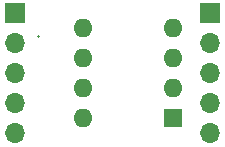
<source format=gbr>
%TF.GenerationSoftware,KiCad,Pcbnew,7.0.8*%
%TF.CreationDate,2025-03-02T18:31:22+01:00*%
%TF.ProjectId,a2keyboardToPCT-XT2AT,61326b65-7962-46f6-9172-64546f504354,rev?*%
%TF.SameCoordinates,Original*%
%TF.FileFunction,Copper,L1,Top*%
%TF.FilePolarity,Positive*%
%FSLAX46Y46*%
G04 Gerber Fmt 4.6, Leading zero omitted, Abs format (unit mm)*
G04 Created by KiCad (PCBNEW 7.0.8) date 2025-03-02 18:31:22*
%MOMM*%
%LPD*%
G01*
G04 APERTURE LIST*
%TA.AperFunction,ComponentPad*%
%ADD10O,1.700000X1.700000*%
%TD*%
%TA.AperFunction,ComponentPad*%
%ADD11R,1.700000X1.700000*%
%TD*%
%TA.AperFunction,ComponentPad*%
%ADD12R,1.600000X1.600000*%
%TD*%
%TA.AperFunction,ComponentPad*%
%ADD13O,1.600000X1.600000*%
%TD*%
%TA.AperFunction,Conductor*%
%ADD14C,0.250000*%
%TD*%
G04 APERTURE END LIST*
D10*
%TO.P,J2,5,Pin_5*%
%TO.N,VCC*%
X69215000Y-57150000D03*
%TO.P,J2,4,Pin_4*%
%TO.N,GND*%
X69215000Y-54610000D03*
%TO.P,J2,3,Pin_3*%
%TO.N,unconnected-(J2-Pin_3-Pad3)*%
X69215000Y-52070000D03*
%TO.P,J2,2,Pin_2*%
%TO.N,Net-(J2-Pin_2)*%
X69215000Y-49530000D03*
D11*
%TO.P,J2,1,Pin_1*%
%TO.N,Net-(J2-Pin_1)*%
X69215000Y-46990000D03*
%TD*%
D12*
%TO.P,U1,1,~{RESET}/PB5*%
%TO.N,unconnected-(U1-~{RESET}{slash}PB5-Pad1)*%
X66030000Y-55870000D03*
D13*
%TO.P,U1,2,XTAL1/PB3*%
%TO.N,Net-(J2-Pin_2)*%
X66030000Y-53330000D03*
%TO.P,U1,3,XTAL2/PB4*%
%TO.N,Net-(J2-Pin_1)*%
X66030000Y-50790000D03*
%TO.P,U1,4,GND*%
%TO.N,GND*%
X66030000Y-48250000D03*
%TO.P,U1,5,AREF/PB0*%
%TO.N,unconnected-(U1-AREF{slash}PB0-Pad5)*%
X58410000Y-48250000D03*
%TO.P,U1,6,PB1*%
%TO.N,Net-(J1-Pin_1)*%
X58410000Y-50790000D03*
%TO.P,U1,7,PB2*%
%TO.N,Net-(J1-Pin_2)*%
X58410000Y-53330000D03*
%TO.P,U1,8,VCC*%
%TO.N,VCC*%
X58410000Y-55870000D03*
%TD*%
D10*
%TO.P,J1,5,Pin_5*%
%TO.N,VCC*%
X52730000Y-57150000D03*
%TO.P,J1,4,Pin_4*%
%TO.N,GND*%
X52730000Y-54610000D03*
%TO.P,J1,3,Pin_3*%
%TO.N,unconnected-(J1-Pin_3-Pad3)*%
X52730000Y-52070000D03*
%TO.P,J1,2,Pin_2*%
%TO.N,Net-(J1-Pin_2)*%
X52730000Y-49530000D03*
D11*
%TO.P,J1,1,Pin_1*%
%TO.N,Net-(J1-Pin_1)*%
X52730000Y-46990000D03*
%TD*%
D14*
%TO.N,Net-(J1-Pin_1)*%
X54610000Y-48870000D02*
X54610000Y-48895000D01*
%TD*%
M02*

</source>
